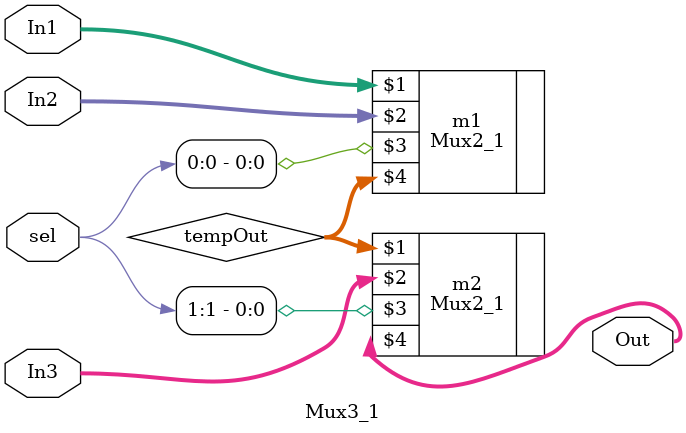
<source format=v>
`timescale 1ns / 1ps


module Mux3_1(
In1, In2, In3, sel, Out
    );
    parameter n=32;
    input [n-1:0] In1;
    input [n-1:0] In2;
    input [n-1:0] In3;
    input [1:0] sel;
    output [n-1:0] Out;
    wire [n-1:0] tempOut;
    Mux2_1 #(n) m1(In1, In2, sel[0], tempOut);
    Mux2_1 #(n) m2(tempOut, In3, sel[1], Out);
endmodule

</source>
